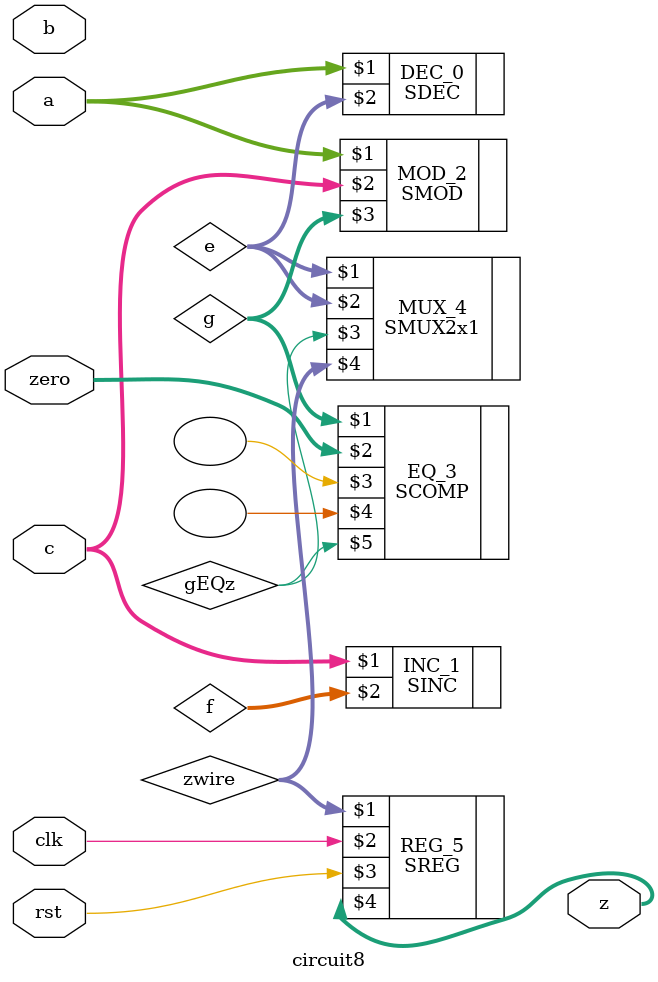
<source format=v>
module circuit8(clk, rst, a, b, c, zero, z);

	input clk, rst;
	input signed [63:0] a;
	input signed [63:0] b;
	input signed [63:0] c;
	input signed [63:0] zero;
	output signed [63:0] z;
	wire signed [63:0] e;
	wire signed [63:0] f;
	wire signed [63:0] g;
	wire signed [63:0] zwire;
	wire signed  gEQz;

	SDEC #(64)DEC_0($signed(a), e);
	SINC #(64)INC_1($signed(c), f);
	SMOD #(64)MOD_2($signed(a), $signed(c), g);
	SCOMP #(64)EQ_3($signed(g), $signed(zero), , ,gEQz);
	SMUX2x1 #(64)MUX_4(e, e, gEQz, zwire);
	SREG #(64)REG_5($signed(zwire), clk, rst, z);

endmodule


</source>
